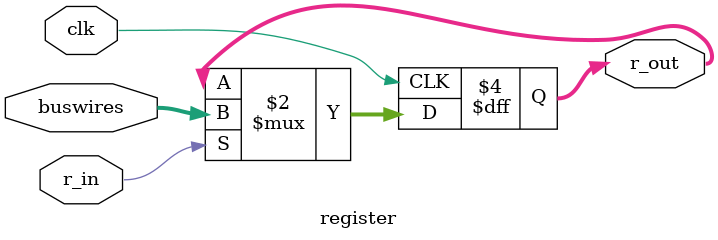
<source format=v>
module register(clk, r_in, buswires, r_out);
	// Inputs
	input clk, r_in;
	input [15:0] buswires;
	
	// Outputs
	output [15:0] r_out;
	reg [15:0] r_out;
	
	always @(posedge clk) begin
		if (r_in) begin
			r_out <= buswires;
		end
	end
	
endmodule
</source>
